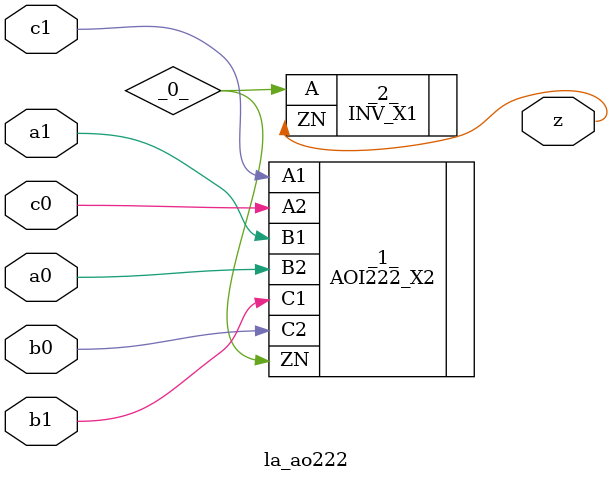
<source format=v>

/* Generated by Yosys 0.44 (git sha1 80ba43d26, g++ 11.4.0-1ubuntu1~22.04 -fPIC -O3) */

(* top =  1  *)
(* src = "inputs/la_ao222.v:10.1-24.10" *)
module la_ao222 (
    a0,
    a1,
    b0,
    b1,
    c0,
    c1,
    z
);
  wire _0_;
  (* src = "inputs/la_ao222.v:13.12-13.14" *)
  input a0;
  wire a0;
  (* src = "inputs/la_ao222.v:14.12-14.14" *)
  input a1;
  wire a1;
  (* src = "inputs/la_ao222.v:15.12-15.14" *)
  input b0;
  wire b0;
  (* src = "inputs/la_ao222.v:16.12-16.14" *)
  input b1;
  wire b1;
  (* src = "inputs/la_ao222.v:17.12-17.14" *)
  input c0;
  wire c0;
  (* src = "inputs/la_ao222.v:18.12-18.14" *)
  input c1;
  wire c1;
  (* src = "inputs/la_ao222.v:19.12-19.13" *)
  output z;
  wire z;
  AOI222_X2 _1_ (
      .A1(c1),
      .A2(c0),
      .B1(a1),
      .B2(a0),
      .C1(b1),
      .C2(b0),
      .ZN(_0_)
  );
  INV_X1 _2_ (
      .A (_0_),
      .ZN(z)
  );
endmodule

</source>
